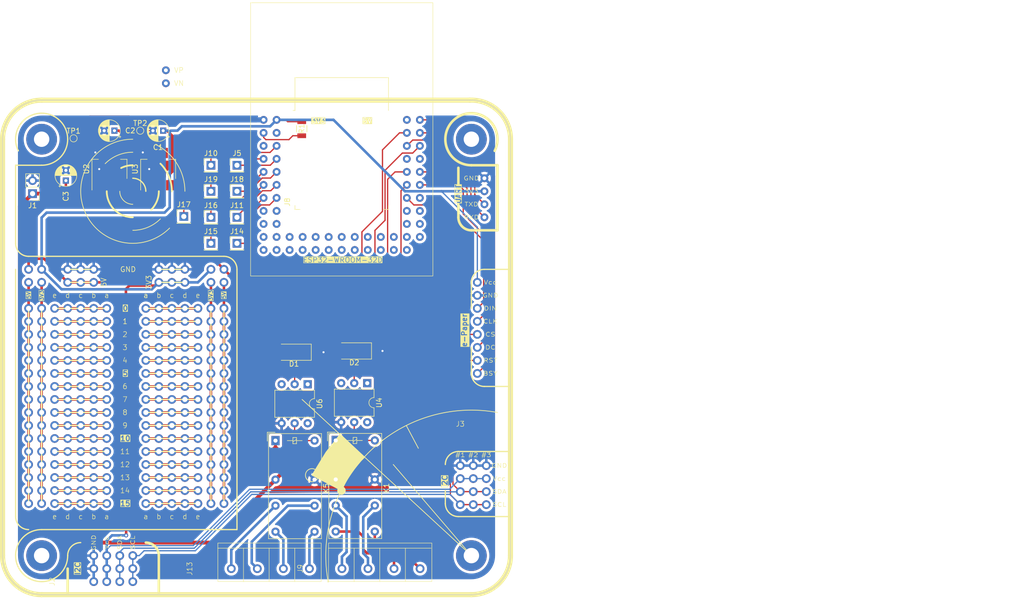
<source format=kicad_pcb>
(kicad_pcb (version 20221018) (generator pcbnew)
  (title_block (title "ESP32-WROOM-32D Automation Board") (date "2024-01-15") (rev "v1.10") (company "CEGEP Heritage College") (comment 1 "Alexander Bobkov"))
  (layers (0 "F.Cu" signal) (31 "B.Cu" signal) (34 "B.Paste" user) (35 "F.Paste" user) (36 "B.SilkS" user "B.Silkscreen") (37 "F.SilkS" user "F.Silkscreen") (38 "B.Mask" user) (39 "F.Mask" user) (44 "Edge.Cuts" user))
  (net 0 "")
  (net 1 "+3V3")
  (net 2 "GND")
  (net 3 "+5V")
  (net 4 "Net-(J7-SENSOR_VP)")
  (net 5 "Net-(J7-SENSOR_VN)")
  (net 6 "Net-(D1-A)")
  (net 7 "Net-(D2-A)")
  (net 8 "Net-(J9-Pin_1)")
  (net 9 "Net-(J9-Pin_3)")
  (net 10 "Net-(J9-Pin_4)")
  (net 11 "VDC")
  (net 12 "Net-(K1-PadA2)")
  (net 16 "Net-(J13-Pin_1)")
  (net 17 "Net-(J13-Pin_2)")
  (net 18 "Net-(J13-Pin_3)")
  (net 19 "Net-(J13-Pin_4)")
  (net 20 "Net-(K5-PadA2)")
  (net 24 "Net-(J10-Pin_1)")
  (net 25 "Net-(J11-Pin_1)")
  (net 26 "Net-(J8-SCL)")
  (net 27 "Net-(J8-SDA)")
  (net 28 "Net-(J8-IO23)")
  (net 29 "Net-(J8-IO16)")
  (net 30 "Net-(J8-IO17)")
  (net 31 "Net-(J8-IO5)")
  (net 32 "Net-(J8-IO4)")
  (net 33 "Net-(J8-IO18)")
  (net 34 "Net-(J5-Pin_1)")
  (net 35 "Net-(J8-RXD0)")
  (net 36 "Net-(J8-TXD0)")
  (net 37 "Net-(J8-EN)")
  (net 38 "Net-(J19-Pin_1)")
  (net 39 "Net-(J18-Pin_1)")
  (net 40 "Net-(J17-Pin_1)")
  (net 41 "Net-(J16-Pin_1)")
  (net 42 "Net-(J15-Pin_1)")
  (net 43 "Net-(J14-Pin_1)")
  (net 46 "Net-(J9-Pin_2)")
  (footprint "Package_DIP:DIP-6_W7.62mm" (layer "F.Cu") (at 96.525 106.04 -90)
    (fp_text reference "U4")
    (fp_text value "4N35")
  )
  (footprint "Connector_PinHeader_2.54mm:PinHeader_1x01_P2.54mm_Vertical" (layer "F.Cu") (at 71.12 78.74)
    (fp_text reference "J14")
    (fp_text value "IO12")
  )
  (footprint "Alexander Footprints Library:Conn_Terminal_4_Large" (layer "F.Cu") (at 83.97 142.25 90)
    (fp_text reference "J9")
    (fp_text value "Conn_01x04_Socket")
  )
  (footprint "MountingHole:MountingHole_3mm_Pad_TopBottom" (layer "F.Cu") (at 33.02 139.7)
    (fp_text reference "H1" hide)
    (fp_text value "MountingHole")
  )
  (footprint "Package_TO_SOT_SMD:SOT-223-3_TabPin2" (layer "F.Cu") (at 55.75 64.25 90)
    (fp_text reference "U3")
    (fp_text value "MAX1726EUK33")
  )
  (footprint "Alexander Footprints Library:Conn_UART" (layer "F.Cu") (at 119.38 58.42)
    (fp_text reference "J6" hide)
    (fp_text value "UART")
  )
  (footprint "Connector_PinHeader_2.54mm:PinHeader_1x01_P2.54mm_Vertical" (layer "F.Cu") (at 66.04 68.58)
    (fp_text reference "J19")
    (fp_text value "IO32")
  )
  (footprint "Connector_PinHeader_2.54mm:PinHeader_1x01_P2.54mm_Vertical" (layer "F.Cu") (at 71.12 73.66)
    (fp_text reference "J11")
    (fp_text value "IO27")
  )
  (footprint "MountingHole:MountingHole_3mm_Pad_TopBottom" (layer "F.Cu") (at 116.84 139.7)
    (fp_text reference "H1" hide)
    (fp_text value "MountingHole")
  )
  (footprint "Capacitor_THT:CP_Radial_D4.0mm_P2.00mm" (layer "F.Cu") (at 37.75 66.5 90)
    (fp_text reference "C3")
    (fp_text value "1uF")
  )
  (footprint "Capacitor_THT:CP_Radial_D4.0mm_P2.00mm" (layer "F.Cu") (at 47.2226 56.75 180)
    (fp_text reference "C2")
    (fp_text value "1uF")
  )
  (footprint "Alexander Footprints Library:STA_RMCF1206_STP-L" (layer "F.Cu") (at 83.75 56.3716 -90)
    (fp_text reference "R1")
    (fp_text value "10K")
  )
  (footprint "TestPoint:TestPoint_Pad_D1.0mm" (layer "F.Cu") (at 39.25 58.25)
    (fp_text reference "TP1")
    (fp_text value "VDC")
  )
  (footprint "Connector_PinHeader_2.54mm:PinHeader_1x02_P2.54mm_Vertical" (layer "F.Cu") (at 31.25 69.04 180)
    (fp_text reference "J1")
    (fp_text value "PWR")
  )
  (footprint "Alexander Footprints Library:Conn_Terminal_4_Large" (layer "F.Cu") (at 62.39 142.25 90)
    (fp_text reference "J13")
    (fp_text value "Conn_01x04_Socket")
  )
  (footprint "Alexander Footprints Library:Conn_I2C_3" (layer "F.Cu") (at 35.56 144.78 90)
    (fp_text reference "J2")
    (fp_text value "I2C")
  )
  (footprint "TestPoint:TestPoint_Pad_D1.0mm" (layer "F.Cu") (at 52.25 56.75)
    (fp_text reference "TP2")
    (fp_text value "GND")
  )
  (footprint "Connector_PinHeader_2.54mm:PinHeader_1x01_P2.54mm_Vertical" (layer "F.Cu") (at 60.75 73.5)
    (fp_text reference "J17")
    (fp_text value "IO25")
  )
  (footprint "LED_SMD:LED_2010_5025Metric_Pad1.52x2.65mm_HandSolder" (layer "F.Cu") (at 82.25 100 180)
    (fp_text reference "D1")
    (fp_text value "LED")
  )
  (footprint "LED_SMD:LED_2010_5025Metric_Pad1.52x2.65mm_HandSolder" (layer "F.Cu") (at 94 99.75 180)
    (fp_text reference "D2")
    (fp_text value "LED")
  )
  (footprint "Capacitor_THT:CP_Radial_D4.0mm_P2.00mm" (layer "F.Cu") (at 56.7226 56.75 180)
    (fp_text reference "C1")
    (fp_text value "1uF")
  )
  (footprint "Package_DIP:DIP-6_W7.62mm" (layer "F.Cu") (at 84.905 106.25 -90)
    (fp_text reference "U6")
    (fp_text value "4N35")
  )
  (footprint "MountingHole:MountingHole_3mm_Pad_TopBottom" (layer "F.Cu") (at 33.02 58.42)
    (fp_text reference "H3" hide)
    (fp_text value "MountingHole")
  )
  (footprint "Package_TO_SOT_SMD:SOT-223-3_TabPin2" (layer "F.Cu") (at 46.25 64.25 90)
    (fp_text reference "U2")
    (fp_text value "MAX1726EUK50")
  )
  (footprint "Alexander Footprints Library:Conn_ePaper" (layer "F.Cu") (at 118 81.28)
    (fp_text reference "J4" hide)
    (fp_text value "e-Paper")
  )
  (footprint "MountingHole:MountingHole_3mm_Pad_TopBottom" (layer "F.Cu") (at 116.84 58.42)
    (fp_text reference "H4" hide)
    (fp_text value "MountingHole")
  )
  (footprint "Alexander Footprints Library:Conn_I2C_3" (layer "F.Cu") (at 114.67 114.51)
    (fp_text reference "J3")
    (fp_text value "I2C")
  )
  (footprint "Connector_PinHeader_2.54mm:PinHeader_1x01_P2.54mm_Vertical" (layer "F.Cu") (at 66.04 78.74)
    (fp_text reference "J15")
    (fp_text value "IO14")
  )
  (footprint "Connector_PinHeader_2.54mm:PinHeader_1x01_P2.54mm_Vertical" (layer "F.Cu") (at 66.04 63.5)
    (fp_text reference "J10")
    (fp_text value "IO34")
  )
  (footprint "Alexander Footprints Library:BreadBoard_15x12" (layer "F.Cu") (at 27.94 134.62)
    (fp_text reference "BRD_15x1" hide)
    (fp_text value "BreadBoard_15x12")
  )
  (footprint "Connector_PinHeader_2.54mm:PinHeader_1x01_P2.54mm_Vertical" (layer "F.Cu") (at 66.04 73.66)
    (fp_text reference "J16")
    (fp_text value "IO26")
  )
  (footprint "Relay_THT:Relay_DPDT_Finder_30.22" (layer "F.Cu") (at 90.38 117.22 -90)
    (fp_text reference "K1")
    (fp_text value "Relay_DPDT")
  )
  (footprint "Alexander Footprints Library:ESP32_PADS_VN-VP" (layer "F.Cu") (at 57.25 52.58)
    (fp_text reference "J7" hide)
    (fp_text value "~" hide)
  )
  (footprint "Alexander Footprints Library:ESP32-WROOM-Adapter-Socket" (layer "F.Cu") (at 91.55 62.26)
    (fp_text reference "J8")
    (fp_text value "~")
  )
  (footprint "Connector_PinHeader_2.54mm:PinHeader_1x01_P2.54mm_Vertical" (layer "F.Cu") (at 71.12 68.58)
    (fp_text reference "J18")
    (fp_text value "IO33")
  )
  (footprint "Connector_PinHeader_2.54mm:PinHeader_1x01_P2.54mm_Vertical" (layer "F.Cu") (at 71.12 63.5)
    (fp_text reference "J5")
    (fp_text value "IO35")
  )
  (footprint "Relay_THT:Relay_DPDT_Finder_30.22" (layer "F.Cu") (at 78.63 117.25 -90)
    (fp_text reference "K5")
    (fp_text value "Relay_DPDT")
  )
  (gr_line (start 114.3 119.38) (end 124.46 119.38) (stroke (width 0.25)) (layer "F.SilkS"))
  (gr_arc (start 38.1 139.7) (mid 29.427898 143.292102) (end 33.02 134.62) (stroke (width 0.25)) (layer "F.SilkS"))
  (gr_line (start 55.88 139.7) (end 55.88 147.32) (stroke (width 0.5)) (layer "F.SilkS"))
  (gr_line (start 68.58 81.28) (end 30.48 81.28) (stroke (width 0.25)) (layer "F.SilkS"))
  (gr_line (start 124.466228 58.42) (end 124.46 139.7) (stroke (width 1)) (layer "F.SilkS"))
  (gr_line (start 114.3 64) (end 114.3 67.25) (stroke (width 0.5)) (layer "F.SilkS"))
  (gr_arc (start 68.58 81.28) (mid 70.376051 82.023949) (end 71.12 83.82) (stroke (width 0.25)) (layer "F.SilkS"))
  (gr_line (start 116.84 104.14) (end 116.84 99.06) (stroke (width 0.25)) (layer "F.SilkS"))
  (gr_arc (start 116.531846 50.8) (mid 122.122486 52.919572) (end 124.466228 58.42) (stroke (width 1)) (layer "F.SilkS"))
  (gr_line (start 33.02 147.32) (end 116.84 147.32) (stroke (width 1)) (layer "F.SilkS"))
  (gr_line (start 119.38 106.68) (end 124.46 106.68) (stroke (width 0.25)) (layer "F.SilkS"))
  (gr_line (start 27.94 63.5) (end 33.02 63.5) (stroke (width 0.25)) (layer "F.SilkS"))
  (gr_line (start 116.84 86.36) (end 116.84 91.44) (stroke (width 0.25)) (layer "F.SilkS"))
  (gr_arc (start 124.46 139.7) (mid 122.228154 145.088154) (end 116.84 147.32) (stroke (width 1)) (layer "F.SilkS"))
  (gr_line (start 55.88 147.32) (end 40.64 147.32) (stroke (width 0.15)) (layer "F.SilkS"))
  (gr_arc (start 68.58 81.28) (mid 70.376051 82.023949) (end 71.12 83.82) (stroke (width 0.15)) (layer "F.SilkS"))
  (gr_arc (start 116.84 76.2) (mid 115.043949 75.456051) (end 114.3 73.66) (stroke (width 0.5)) (layer "F.SilkS"))
  (gr_line (start 119.38 83.82) (end 124.46 83.82) (stroke (width 0.25)) (layer "F.SilkS"))
  (gr_line (start 116.84 139.7) (end 83.82 109.22) (stroke (width 0.15)) (layer "F.SilkS"))
  (gr_arc (start 45.411846 63.191846) (mid 47.883952 61.540038) (end 50.8 60.96) (stroke (width 0.15)) (layer "F.SilkS"))
  (gr_arc (start 30.48 81.28) (mid 28.683949 80.536051) (end 27.94 78.74) (stroke (width 0.25)) (layer "F.SilkS"))
  (gr_line (start 114.3 132.08) (end 124.46 132.08) (stroke (width 0.25)) (layer "F.SilkS"))
  (gr_circle (center 91.5 127) (end 92.25 127) (stroke (width 0.15)) (fill solid) (layer "F.SilkS"))
  (gr_arc (start 48.528155 64.03631) (mid 49.632855 63.635895) (end 50.8 63.5) (stroke (width 0.35)) (layer "F.SilkS"))
  (gr_arc (start 57.984205 75.764205) (mid 41.413384 72.468064) (end 50.8 58.42) (stroke (width 0.15)) (layer "F.SilkS"))
  (gr_arc (start 53.34 137.16) (mid 55.136051 137.903949) (end 55.88 139.7) (stroke (width 0.5)) (layer "F.SilkS"))
  (gr_arc (start 111.76 121.92) (mid 112.503949 120.123949) (end 114.3 119.38) (stroke (width 0.25)) (layer "F.SilkS"))
  (gr_line (start 27.94 78.74) (end 27.94 63.5) (stroke (width 0.25)) (layer "F.SilkS"))
  (gr_arc (start 38.1 139.7) (mid 38.843949 137.903949) (end 40.64 137.16) (stroke (width 0.25)) (layer "F.SilkS"))
  (gr_line (start 111.76 129.54) (end 111.76 127) (stroke (width 0.25)) (layer "F.SilkS"))
  (gr_arc (start 88.9 144.78) (mid 96.759537 119.619537) (end 121.92 111.76) (stroke (width 0.15)) (layer "F.SilkS"))
  (gr_arc (start 50.8 71.12) (mid 49.003949 70.376051) (end 48.26 68.58) (stroke (width 0.15)) (layer "F.SilkS"))
  (gr_arc (start 55.88 68.58) (mid 55.493308 70.524032) (end 54.392102 72.172102) (stroke (width 0.35)) (layer "F.SilkS"))
  (gr_line (start 38.1 147.32) (end 38.1 142.24) (stroke (width 0.5)) (layer "F.SilkS"))
  (gr_arc (start 50.8 73.66) (mid 47.207898 72.172102) (end 45.72 68.58) (stroke (width 0.35)) (layer "F.SilkS"))
  (gr_arc (start 38.1 58.42) (mid 36.612102 62.012102) (end 33.02 63.5) (stroke (width 0.25)) (layer "F.SilkS"))
  (gr_line (start 33.02 134.62) (end 71.12 134.62) (stroke (width 0.25)) (layer "F.SilkS"))
  (gr_arc (start 50.8 66.04) (mid 52.596051 66.783949) (end 53.34 68.58) (stroke (width 0.25)) (layer "F.SilkS"))
  (gr_line (start 27.94 83.82) (end 27.94 132.08) (stroke (width 0.25)) (layer "F.SilkS"))
  (gr_arc (start 119.38 106.68) (mid 117.583949 105.936051) (end 116.84 104.14) (stroke (width 0.25)) (layer "F.SilkS"))
  (gr_poly (pts (xy 85.75 124) (xy 91.5 127) (xy 92.75 124.5) (xy 94 122.75) (xy 95.25 121.25) (xy 96 120.5) (xy 91.25 116) (xy 88.5 119.5)) (stroke (width 0.15)) (fill solid) (layer "F.SilkS"))
  (gr_line (start 114.3 73.66) (end 114.3 71.12) (stroke (width 0.5)) (layer "F.SilkS"))
  (gr_arc (start 116.84 86.36) (mid 117.583949 84.563949) (end 119.38 83.82) (stroke (width 0.25)) (layer "F.SilkS"))
  (gr_arc (start 56.188154 63.191846) (mid 57.839962 65.663952) (end 58.42 68.58) (stroke (width 0.35)) (layer "F.SilkS"))
  (gr_line (start 116.84 139.7) (end 101.6 121.92) (stroke (width 0.15)) (layer "F.SilkS"))
  (gr_line (start 121.92 63.499999) (end 121.92 76.2) (stroke (width 0.5)) (layer "F.SilkS"))
  (gr_circle (center 85.75 124) (end 86 125.25) (stroke (width 0.15)) (fill none) (layer "F.SilkS"))
  (gr_line (start 116.84 63.5) (end 121.92 63.499999) (stroke (width 0.5)) (layer "F.SilkS"))
  (gr_line (start 71.12 83.82) (end 71.12 134.62) (stroke (width 0.25)) (layer "F.SilkS"))
  (gr_arc (start 33.02 147.32) (mid 27.631846 145.088154) (end 25.4 139.7) (stroke (width 1)) (layer "F.SilkS"))
  (gr_arc (start 28.47631 60.691845) (mid 31.852856 53.475894) (end 38.1 58.42) (stroke (width 0.25)) (layer "F.SilkS"))
  (gr_circle (center 88.9 144.78) (end 88.9 144.78) (stroke (width 0.15)) (fill none) (layer "F.SilkS"))
  (gr_arc (start 116.84 63.5) (mid 114.169286 54.098694) (end 121.38369 60.691845) (stroke (width 0.5)) (layer "F.SilkS"))
  (gr_arc (start 25.4 58.42) (mid 27.631846 53.031846) (end 33.02 50.8) (stroke (width 1)) (layer "F.SilkS"))
  (gr_arc (start 56.188154 73.968154) (mid 53.716048 75.619962) (end 50.8 76.2) (stroke (width 0.15)) (layer "F.SilkS"))
  (gr_line (start 106.5 118.75) (end 104.14 114.3) (stroke (width 0.15)) (layer "F.SilkS"))
  (gr_arc (start 55.34369 59.49262) (mid 59.442612 63.238572) (end 60.96 68.58) (stroke (width 0.15)) (layer "F.SilkS"))
  (gr_arc (start 30.48 134.62) (mid 28.683949 133.876051) (end 27.94 132.08) (stroke (width 0.25)) (layer "F.SilkS"))
  (gr_line (start 116.84 76.2) (end 121.92 76.2) (stroke (width 0.5)) (layer "F.SilkS"))
  (gr_arc (start 114.3 132.08) (mid 112.503949 131.336051) (end 111.76 129.54) (stroke (width 0.25)) (layer "F.SilkS"))
  (gr_line (start 25.4 58.42) (end 25.4 139.7) (stroke (width 1)) (layer "F.SilkS"))
  (gr_line (start 116.531846 50.8) (end 33.02 50.8) (stroke (width 1)) (layer "F.SilkS"))
  (gr_line (start 116.84 50.8) (end 33.02 50.8) (stroke (width 0.1)) (layer "Edge.Cuts"))
  (gr_arc (start 25.4 58.42) (mid 27.631846 53.031846) (end 33.02 50.8) (stroke (width 0.1)) (layer "Edge.Cuts"))
  (gr_arc (start 33.02 147.32) (mid 27.631846 145.088154) (end 25.4 139.7) (stroke (width 0.1)) (layer "Edge.Cuts"))
  (gr_line (start 124.46 58.42) (end 124.46 139.7) (stroke (width 0.1)) (layer "Edge.Cuts"))
  (gr_line (start 25.4 58.42) (end 25.4 139.7) (stroke (width 0.1)) (layer "Edge.Cuts"))
  (gr_arc (start 116.84 50.8) (mid 122.228154 53.031846) (end 124.46 58.42) (stroke (width 0.1)) (layer "Edge.Cuts"))
  (gr_line (start 116.84 147.32) (end 33.02 147.32) (stroke (width 0.1)) (layer "Edge.Cuts"))
  (gr_arc (start 124.46 139.7) (mid 122.228154 145.088154) (end 116.84 147.32) (stroke (width 0.1)) (layer "Edge.Cuts"))
  (gr_text "5V" (at 96.5 54.25) (layer "F.SilkS" knockout) (effects (font (size 1 1) (thickness 0.125)) (justify top)))
  (gr_text "3V3" (at 87 54.25) (layer "F.SilkS" knockout) (effects (font (size 1 1) (thickness 0.125)) (justify top)))
  (segment (start 49.5 132.12) (end 49.5 135.75) (width 0.5) (layer "F.Cu") (net 1))
  (segment (start 55.24 87) (end 55.88 86.36) (width 0.5) (layer "F.Cu") (net 1))
  (segment (start 49.46 132.08) (end 49.5 132.12) (width 0.5) (layer "F.Cu") (net 1))
  (segment (start 58.5 64.75) (end 58.5 57.75) (width 0.5) (layer "F.Cu") (net 1))
  (segment (start 58 65.25) (end 58.5 64.75) (width 0.5) (layer "F.Cu") (net 1))
  (segment (start 83.75 55) (end 81 55) (width 0.25) (layer "F.Cu") (net 1))
  (segment (start 58 67.35) (end 58 65.25) (width 0.5) (layer "F.Cu") (net 1))
  (segment (start 81 55) (end 80.64 54.64) (width 0.25) (layer "F.Cu") (net 1))
  (segment (start 49.46 132.08) (end 49.46 87.665) (width 0.5) (layer "F.Cu") (net 1))
  (segment (start 58.05 67.4) (end 58 67.35) (width 0.5) (layer "F.Cu") (net 1))
  (segment (start 49.46 87.665) (end 50.125 87) (width 0.5) (layer "F.Cu") (net 1))
  (segment (start 58.5 57.75) (end 57.5 56.75) (width 0.5) (layer "F.Cu") (net 1))
  (segment (start 50.125 87) (end 55.24 87) (width 0.5) (layer "F.Cu") (net 1))
  (segment (start 80.64 54.64) (end 78.85 54.64) (width 0.25) (layer "F.Cu") (net 1))
  (segment (start 57.5 56.75) (end 56.7226 56.75) (width 0.5) (layer "F.Cu") (net 1))
  (via (at 49.5 135.75) (size 0.8) (drill 0.4) (layers "F.Cu" "B.Cu") (net 1))
  (segment (start 46.75 135.75) (end 45.72 136.78) (width 0.5) (layer "B.Cu") (net 1))
  (segment (start 56.7226 56.75) (end 57.75 56.75) (width 0.5) (layer "B.Cu") (net 1))
  (segment (start 118 86.36) (end 118 75.58) (width 0.25) (layer "B.Cu") (net 1))
  (segment (start 34 72.75) (end 33.02 73.73) (width 0.5) (layer "B.Cu") (net 1))
  (segment (start 111 68.58) (end 103.882039 68.58) (width 0.5) (layer "B.Cu") (net 1))
  (segment (start 57 72.75) (end 34 72.75) (width 0.5) (layer "B.Cu") (net 1))
  (segment (start 58 57) (end 58 71.75) (width 0.5) (layer "B.Cu") (net 1))
  (segment (start 63.5 86.36) (end 55.88 86.36) (width 0.5) (layer "B.Cu") (net 1))
  (segment (start 112.59 126.75) (end 73.585786 126.75) (width 0.25) (layer "B.Cu") (net 1))
  (segment (start 114.67 124.67) (end 119.75 124.67) (width 0.25) (layer "B.Cu") (net 1))
  (segment (start 33.02 73.73) (end 33.02 83.82) (width 0.5) (layer "B.Cu") (net 1))
  (segment (start 73.585786 126.75) (end 62.585786 137.75) (width 0.25) (layer "B.Cu") (net 1))
  (segment (start 89.942039 54.64) (end 78.85 54.64) (width 0.5) (layer "B.Cu") (net 1))
  (segment (start 59.5 56.75) (end 60.348 55.902) (width 0.5) (layer "B.Cu") (net 1))
  (segment (start 45.72 139.7) (end 45.72 144.07) (width 0.5) (layer "B.Cu") (net 1))
  (segment (start 58 57) (end 58.25 56.75) (width 0.5) (layer "B.Cu") (net 1))
  (segment (start 66.04 83.82) (end 63.5 86.36) (width 0.5) (layer "B.Cu") (net 1))
  (segment (start 57.75 56.75) (end 58 57) (width 0.5) (layer "B.Cu") (net 1))
  (segment (start 46.47 137.75) (end 45.72 138.5) (width 0.25) (layer "B.Cu") (net 1))
  (segment (start 55.88 86.36) (end 54.53 87.71) (width 0.5) (layer "B.Cu") (net 1))
  (segment (start 58 71.75) (end 57 72.75) (width 0.5) (layer "B.Cu") (net 1))
  (segment (start 60.348 55.902) (end 77.588 55.902) (width 0.5) (layer "B.Cu") (net 1))
  (segment (start 36.91 87.71) (end 33.02 83.82) (width 0.5) (layer "B.Cu") (net 1))
  (segment (start 54.53 87.71) (end 36.91 87.71) (width 0.5) (layer "B.Cu") (net 1))
  (segment (start 77.588 55.902) (end 78.85 54.64) (width 0.5) (layer "B.Cu") (net 1))
  (segment (start 118 75.58) (end 111 68.58) (width 0.25) (layer "B.Cu") (net 1))
  (segment (start 58.25 56.75) (end 59.5 56.75) (width 0.5) (layer "B.Cu") (net 1))
  (segment (start 119.38 68.58) (end 111 68.58) (width 0.5) (layer "B.Cu") (net 1))
  (segment (start 103.882039 68.58) (end 89.942039 54.64) (width 0.5) (layer "B.Cu") (net 1))
  (segment (start 62.585786 137.75) (end 46.47 137.75) (width 0.25) (layer "B.Cu") (net 1))
  (segment (start 114.67 124.67) (end 112.59 126.75) (width 0.25) (layer "B.Cu") (net 1))
  (segment (start 49.5 135.75) (end 46.75 135.75) (width 0.5) (layer "B.Cu") (net 1))
  (segment (start 45.72 136.78) (end 45.72 139.7) (width 0.5) (layer "B.Cu") (net 1))
  (segment (start 84.5875 100) (end 88 100) (width 0.25) (layer "F.Cu") (net 2))
  (segment (start 52.25 56.75) (end 54.7226 56.75) (width 0.25) (layer "F.Cu") (net 2))
  (segment (start 114.51 122.13) (end 114.67 122.13) (width 0.25) (layer "F.Cu") (net 2))
  (segment (start 96.3375 99.75) (end 99.5 99.75) (width 0.25) (layer "F.Cu") (net 2))
  (segment (start 58.5 83.75) (end 58.57 83.82) (width 0.5) (layer "F.Cu") (net 2))
  (segment (start 40.5 83.75) (end 40.57 83.82) (width 0.5) (layer "F.Cu") (net 2))
  (segment (start 43.25 83.75) (end 43.32 83.82) (width 0.5) (layer "F.Cu") (net 2))
  (segment (start 43.18 83.82) (end 43.25 83.75) (width 0.5) (layer "F.Cu") (net 2))
  (segment (start 56 83.75) (end 56.07 83.82) (width 0.5) (layer "F.Cu") (net 2))
  (segment (start 58.43 83.82) (end 58.5 83.75) (width 0.5) (layer "F.Cu") (net 2))
  (segment (start 55.93 83.82) (end 56 83.75) (width 0.5) (layer "F.Cu") (net 2))
  (segment (start 61 83.75) (end 60.96 83.82) (width 0.5) (layer "F.Cu") (net 2))
  (segment (start 40.43 83.82) (end 40.5 83.75) (width 0.5) (layer "F.Cu") (net 2))
  (via (at 88 100) (size 0.8) (drill 0.4) (layers "F.Cu" "B.Cu") (net 2))
  (via (at 54 64.25) (size 0.8) (drill 0.4) (layers "F.Cu" "B.Cu") (net 2))
  (via (at 52.75 61) (size 0.8) (drill 0.4) (layers "F.Cu" "B.Cu") (net 2))
  (via (at 43.5 61) (size 0.8) (drill 0.4) (layers "F.Cu" "B.Cu") (net 2))
  (via (at 44.25 64.25) (size 0.8) (drill 0.4) (layers "F.Cu" "B.Cu") (net 2))
  (via (at 99.5 99.75) (size 0.8) (drill 0.4) (layers "F.Cu" "B.Cu") (net 2))
  (segment (start 76.31 54.64) (end 73 54.64) (width 1) (layer "B.Cu") (net 2))
  (segment (start 30.48 82.5) (end 30.48 83.82) (width 0.5) (layer "F.Cu") (net 3))
  (segment (start 72.5 115.75) (end 72.5 118) (width 0.5) (layer "F.Cu") (net 3))
  (segment (start 43.18 86.36) (end 45.14 86.36) (width 0.5) (layer "F.Cu") (net 3))
  (segment (start 78.63 117.25) (end 78.63 118.38) (width 0.5) (layer "F.Cu") (net 3))
  (segment (start 48.55 69.95) (end 47 71.5) (width 0.5) (layer "F.Cu") (net 3))
  (segment (start 90.38 117.22) (end 90.38 118.13) (width 0.5) (layer "F.Cu") (net 3))
  (segment (start 45.14 86.36) (end 49.5 82) (width 0.5) (layer "F.Cu") (net 3))
  (segment (start 72.5 87.74) (end 68.58 83.82) (width 0.5) (layer "F.Cu") (net 3))
  (segment (start 48.55 69.95) (end 48.55 67.3) (width 0.5) (layer "F.Cu") (net 3))
  (segment (start 31.75 71.5) (end 30.48 72.77) (width 0.5) (layer "F.Cu") (net 3))
  (segment (start 47 71.5) (end 31.75 71.5) (width 0.5) (layer "F.Cu") (net 3))
  (segment (start 78.63 118.38) (end 79.25 119) (width 0.5) (layer "F.Cu") (net 3))
  (segment (start 49 64.75) (end 48.55 65.2) (width 0.5) (layer "F.Cu") (net 3))
  (segment (start 30.48 81.25) (end 30.98 81.75) (width 0.5) (layer "F.Cu") (net 3))
  (segment (start 33.49 81.75) (end 38.1 86.36) (width 0.5) (layer "F.Cu") (net 3))
  (segment (start 66.76 82) (end 68.58 83.82) (width 0.5) (layer "F.Cu") (net 3))
  (segment (start 38.1 86.36) (end 43.18 86.36) (width 0.5) (layer "F.Cu") (net 3))
  (segment (start 49.5 82) (end 66.76 82) (width 0.5) (layer "F.Cu") (net 3))
  (segment (start 48.125 56.75) (end 49 57.625) (width 0.5) (layer "F.Cu") (net 3))
  (segment (start 78 119) (end 78.63 118.37) (width 0.5) (layer "F.Cu") (net 3))
  (segment (start 79.25 119) (end 89.75 119) (width 0.5) (layer "F.Cu") (net 3))
  (segment (start 90.38 118.37) (end 90.38 117.22) (width 0.25) (layer "F.Cu") (net 3))
  (segment (start 30.48 72.77) (end 30.48 82.5) (width 0.5) (layer "F.Cu") (net 3))
  (segment (start 73.5 119) (end 78 119) (width 0.5) (layer "F.Cu") (net 3))
  (segment (start 72.5 118) (end 73.5 119) (width 0.5) (layer "F.Cu") (net 3))
  (segment (start 78.63 118.37) (end 78.63 117.25) (width 0.25) (layer "F.Cu") (net 3))
  (segment (start 89.75 119) (end 90.38 118.37) (width 0.5) (layer "F.Cu") (net 3))
  (segment (start 30.98 81.75) (end 33.49 81.75) (width 0.5) (layer "F.Cu") (net 3))
  (segment (start 49 57.625) (end 49 64.75) (width 0.5) (layer "F.Cu") (net 3))
  (segment (start 72.5 115.75) (end 72.5 87.74) (width 0.5) (layer "F.Cu") (net 3))
  (segment (start 48.55 65.2) (end 48.55 67.4) (width 0.5) (layer "F.Cu") (net 3))
  (segment (start 47.2226 56.75) (end 48.125 56.75) (width 0.5) (layer "F.Cu") (net 3))
  (segment (start 82.365 106.25) (end 82.365 102.4525) (width 0.25) (layer "F.Cu") (net 6))
  (segment (start 82.365 102.4525) (end 79.9125 100) (width 0.25) (layer "F.Cu") (net 6))
  (segment (start 93.985 106.04) (end 93.985 102.0725) (width 0.25) (layer "F.Cu") (net 7))
  (segment (start 93.985 102.0725) (end 91.6625 99.75) (width 0.25) (layer "F.Cu") (net 7))
  (segment (start 92.5 139) (end 92.5 132.04) (width 0.5) (layer "B.Cu") (net 8))
  (segment (start 91.59 139.91) (end 92.5 139) (width 0.5) (layer "B.Cu") (net 8))
  (segment (start 91.59 142.25) (end 91.59 139.91) (width 0.5) (layer "B.Cu") (net 8))
  (segment (start 92.5 132.04) (end 90.38 129.92) (width 0.5) (layer "B.Cu") (net 8))
  (segment (start 95.75 136) (end 94.75 135) (width 0.5) (layer "F.Cu") (net 9))
  (segment (start 94.75 135) (end 90.38 135) (width 0.5) (layer "F.Cu") (net 9))
  (segment (start 101.75 140) (end 101 139.25) (width 0.5) (layer "F.Cu") (net 9))
  (segment (start 95.75 138.5) (end 95.75 136) (width 0.5) (layer "F.Cu") (net 9))
  (segment (start 101 139.25) (end 96.5 139.25) (width 0.5) (layer "F.Cu") (net 9))
  (segment (start 101.75 142.25) (end 101.75 140) (width 0.5) (layer "F.Cu") (net 9))
  (segment (start 96.5 139.25) (end 95.75 138.5) (width 0.5) (layer "F.Cu") (net 9))
  (segment (start 104.25 141.25) (end 101.5 138.5) (width 0.5) (layer "F.Cu") (net 10))
  (segment (start 101.5 138.5) (end 99 138.5) (width 0.5) (layer "F.Cu") (net 10))
  (segment (start 106.83 142.25) (end 105.83 141.25) (width 0.5) (layer "F.Cu") (net 10))
  (segment (start 99 138.5) (end 98 137.5) (width 0.5) (layer "F.Cu") (net 10))
  (segment (start 105.83 141.25) (end 104.25 141.25) (width 0.5) (layer "F.Cu") (net 10))
  (segment (start 98 137.5) (end 98 135) (width 0.5) (layer "F.Cu") (net 10))
  (segment (start 50 54.05) (end 50.5 54.55) (width 0.5) (layer "F.Cu") (net 11))
  (segment (start 80.5 123) (end 88.54 123) (width 0.75) (layer "F.Cu") (net 11))
  (segment (start 37.75 68.29) (end 38.5 69.04) (width 0.5) (layer "F.Cu") (net 11))
  (segment (start 66.34 137.16) (end 78.63 124.87) (width 0.75) (layer "F.Cu") (net 11))
  (segment (start 38.16 137.16) (end 66.34 137.16) (width 0.75) (layer "F.Cu") (net 11))
  (segment (start 88.54 123) (end 90.38 124.84) (width 0.75) (layer "F.Cu") (net 11))
  (segment (start 28.775 71.515) (end 28.775 133.525) (width 0.75) (layer "F.Cu") (net 11))
  (segment (start 37.75 66.5) (end 37.75 68.29) (width 0.5) (layer "F.Cu") (net 11))
  (segment (start 40.95 58.25) (end 41.45 57.75) (width 0.25) (layer "F.Cu") (net 11))
  (segment (start 78.63 124.87) (end 80.5 123) (width 0.75) (layer "F.Cu") (net 11))
  (segment (start 42.45 54.05) (end 50 54.05) (width 0.5) (layer "F.Cu") (net 11))
  (segment (start 39.71 69.04) (end 41.45 67.3) (width 0.75) (layer "F.Cu") (net 11))
  (segment (start 30.25 135) (end 36 135) (width 0.75) (layer "F.Cu") (net 11))
  (segment (start 41.45 55.05) (end 42.45 54.05) (width 0.5) (layer "F.Cu") (net 11))
  (segment (start 50.5 66.75) (end 51.15 67.4) (width 0.5) (layer "F.Cu") (net 11))
  (segment (start 50.5 54.55) (end 50.5 66.75) (width 0.5) (layer "F.Cu") (net 11))
  (segment (start 31.25 69.04) (end 28.775 71.515) (width 0.75) (layer "F.Cu") (net 11))
  (segment (start 41.45 67.3) (end 41.45 57.75) (width 0.5) (layer "F.Cu") (net 11))
  (segment (start 41.45 57.75) (end 41.45 55.05) (width 0.5) (layer "F.Cu") (net 11))
  (segment (start 41.45 67.3) (end 43.95 67.3) (width 0.5) (layer "F.Cu") (net 11))
  (segment (start 28.775 133.525) (end 30.25 135) (width 0.75) (layer "F.Cu") (net 11))
  (segment (start 31.25 69.04) (end 39.710002 69.04) (width 0.75) (layer "F.Cu") (net 11))
  (segment (start 39.25 58.25) (end 40.95 58.25) (width 0.25) (layer "F.Cu") (net 11))
  (segment (start 51.15 67.4) (end 53.45 67.4) (width 0.5) (layer "F.Cu") (net 11))
  (segment (start 36 135) (end 38.16 137.16) (width 0.75) (layer "F.Cu") (net 11))
  (segment (start 93.985 116.235) (end 94.97 117.22) (width 0.25) (layer "F.Cu") (net 12))
  (segment (start 94.97 117.22) (end 98 117.22) (width 0.25) (layer "F.Cu") (net 12))
  (segment (start 93.985 113.66) (end 93.985 116.235) (width 0.25) (layer "F.Cu") (net 12))
  (segment (start 70.01 138.57) (end 78.63 129.95) (width 0.5) (layer "B.Cu") (net 16))
  (segment (start 70.01 142.25) (end 70.01 138.57) (width 0.5) (layer "B.Cu") (net 16))
  (segment (start 74 137) (end 81.05 129.95) (width 0.5) (layer "B.Cu") (net 17))
  (segment (start 81.05 129.95) (end 86.25 129.95) (width 0.5) (layer "B.Cu") (net 17))
  (segment (start 74 141.16) (end 74 137) (width 0.5) (layer "B.Cu") (net 17))
  (segment (start 75.09 142.25) (end 74 141.16) (width 0.5) (layer "B.Cu") (net 17))
  (segment (start 80.17 136.57) (end 78.63 135.03) (width 0.5) (layer "B.Cu") (net 18))
  (segment (start 80.17 142.25) (end 80.17 136.57) (width 0.5) (layer "B.Cu") (net 18))
  (segment (start 85.25 142.25) (end 85.25 136.03) (width 0.5) (layer "B.Cu") (net 19))
  (segment (start 85.25 136.03) (end 86.25 135.03) (width 0.5) (layer "B.Cu") (net 19))
  (segment (start 83.25 117.25) (end 86.25 117.25) (width 0.25) (layer "F.Cu") (net 20))
  (segment (start 82.365 116.365) (end 83.25 117.25) (width 0.25) (layer "F.Cu") (net 20))
  (segment (start 82.365 113.87) (end 82.365 116.365) (width 0.25) (layer "F.Cu") (net 20))
  (segment (start 66.04 61.71) (end 66.75 61) (width 0.25) (layer "F.Cu") (net 24))
  (segment (start 77.57 61) (end 78.85 59.72) (width 0.25) (layer "F.Cu") (net 24))
  (segment (start 66.75 61) (end 77.57 61) (width 0.25) (layer "F.Cu") (net 24))
  (segment (start 66.04 63.5) (end 66.04 61.71) (width 0.25) (layer "F.Cu") (net 24))
  (segment (start 71.12 73.66) (end 71.12 73.462039) (width 0.25) (layer "F.Cu") (net 25))
  (segment (start 76.105039 68.477) (end 77.713 68.477) (width 0.25) (layer "F.Cu") (net 25))
  (segment (start 77.713 68.477) (end 78.85 67.34) (width 0.25) (layer "F.Cu") (net 25))
  (segment (start 71.12 73.462039) (end 76.105039 68.477) (width 0.25) (layer "F.Cu") (net 25))
  (segment (start 107.275 94.025) (end 95.493 82.243) (width 0.25) (layer "F.Cu") (net 26))
  (segment (start 114.67 129.75) (end 112.75 127.83) (width 0.25) (layer "F.Cu") (net 26))
  (segment (start 99.5 72.5) (end 99.5 60.5) (width 0.25) (layer "F.Cu") (net 26))
  (segment (start 102.82 57.18) (end 104.25 57.18) (width 0.25) (layer "F.Cu") (net 26))
  (segment (start 114.67 129.75) (end 119.75 129.75) (width 0.25) (layer "F.Cu") (net 26))
  (segment (start 95.493 76.507) (end 99.5 72.5) (width 0.25) (layer "F.Cu") (net 26))
  (segment (start 112.75 127.83) (end 112.75 99.43419) (width 0.25) (layer "F.Cu") (net 26))
  (segment (start 99.5 60.5) (end 102.82 57.18) (width 0.25) (layer "F.Cu") (net 26))
  (segment (start 95.493 82.243) (end 95.493 76.507) (width 0.25) (layer "F.Cu") (net 26))
  (segment (start 112.75 99.43419) (end 107.34081 94.025) (width 0.25) (layer "F.Cu") (net 26))
  (segment (start 107.34081 94.025) (end 107.275 94.025) (width 0.25) (layer "F.Cu") (net 26))
  (segment (start 112.67 127.75) (end 74 127.75) (width 0.25) (layer "B.Cu") (net 26))
  (segment (start 53 138.75) (end 52.05 139.7) (width 0.25) (layer "B.Cu") (net 26))
  (segment (start 114.67 129.75) (end 112.67 127.75) (width 0.25) (layer "B.Cu") (net 26))
  (segment (start 63 138.75) (end 53 138.75) (width 0.25) (layer "B.Cu") (net 26))
  (segment (start 74 127.75) (end 63 138.75) (width 0.25) (layer "B.Cu") (net 26))
  (segment (start 52.05 139.7) (end 50.8 139.7) (width 0.25) (layer "B.Cu") (net 26))
  (segment (start 50.8 139.7) (end 50.8 144.195) (width 0.25) (layer "B.Cu") (net 26))
  (segment (start 100 74.25) (end 100 64.5) (width 0.25) (layer "F.Cu") (net 27))
  (segment (start 100 64.5) (end 103.377 61.123) (width 0.25) (layer "F.Cu") (net 27))
  (segment (start 114.67 127.21) (end 119.75 127.21) (width 0.25) (layer "F.Cu") (net 27))
  (segment (start 103.377 61.123) (end 105.387 61.123) (width 0.25) (layer "F.Cu") (net 27))
  (segment (start 105.387 61.123) (end 106.79 59.72) (width 0.25) (layer "F.Cu") (net 27))
  (segment (start 113.25 98.75) (end 98.033 83.533) (width 0.25) (layer "F.Cu") (net 27))
  (segment (start 113.25 125.79) (end 113.25 98.75) (width 0.25) (layer "F.Cu") (net 27))
  (segment (start 98.033 83.533) (end 98.033 76.217) (width 0.25) (layer "F.Cu") (net 27))
  (segment (start 98.033 76.217) (end 100 74.25) (width 0.25) (layer "F.Cu") (net 27))
  (segment (start 114.67 127.21) (end 113.25 125.79) (width 0.25) (layer "F.Cu") (net 27))
  (segment (start 48.26 139.7) (end 48.26 138.99) (width 0.25) (layer "B.Cu") (net 27))
  (segment (start 48.26 138.99) (end 49 138.25) (width 0.25) (layer "B.Cu") (net 27))
  (segment (start 114.63 127.25) (end 114.67 127.21) (width 0.25) (layer "B.Cu") (net 27))
  (segment (start 62.792893 138.25) (end 73.792893 127.25) (width 0.25) (layer "B.Cu") (net 27))
  (segment (start 49 138.25) (end 62.792893 138.25) (width 0.25) (layer "B.Cu") (net 27))
  (segment (start 73.792893 127.25) (end 114.63 127.25) (width 0.25) (layer "B.Cu") (net 27))
  (segment (start 48.26 139.7) (end 48.26 144.195) (width 0.25) (layer "B.Cu") (net 27))
  (segment (start 119.75 64) (end 121.335 65.585) (width 0.25) (layer "F.Cu") (net 28))
  (segment (start 112 59.25) (end 116.75 64) (width 0.25) (layer "F.Cu") (net 28))
  (segment (start 106.79 54.64) (end 110.89 54.64) (width 0.25) (layer "F.Cu") (net 28))
  (segment (start 110.89 54.64) (end 112 55.75) (width 0.25) (layer "F.Cu") (net 28))
  (segment (start 121.335 100.805) (end 118 104.14) (width 0.25) (layer "F.Cu") (net 28))
  (segment (start 121.335 65.585) (end 121.335 100.805) (width 0.25) (layer "F.Cu") (net 28))
  (segment (start 116.75 64) (end 119.75 64) (width 0.25) (layer "F.Cu") (net 28))
  (segment (start 112 55.75) (end 112 59.25) (width 0.25) (layer "F.Cu") (net 28))
  (segment (start 119.75 92.23) (end 118 93.98) (width 0.25) (layer "F.Cu") (net 29))
  (segment (start 114.34 67.34) (end 115.25 68.25) (width 0.25) (layer "F.Cu") (net 29))
  (segment (start 115.25 73) (end 119.75 77.5) (width 0.25) (layer "F.Cu") (net 29))
  (segment (start 119.75 77.5) (end 119.75 92.23) (width 0.25) (layer "F.Cu") (net 29))
  (segment (start 106.79 67.34) (end 114.34 67.34) (width 0.25) (layer "F.Cu") (net 29))
  (segment (start 115.25 68.25) (end 115.25 73) (width 0.25) (layer "F.Cu") (net 29))
  (segment (start 113.02 96.52) (end 103.113 86.613) (width 0.25) (layer "F.Cu") (net 30))
  (segment (start 103.113 68.477) (end 104.25 67.34) (width 0.25) (layer "F.Cu") (net 30))
  (segment (start 118 96.52) (end 113.02 96.52) (width 0.25) (layer "F.Cu") (net 30))
  (segment (start 103.113 86.613) (end 103.113 68.477) (width 0.25) (layer "F.Cu") (net 30))
  (segment (start 116 68) (end 116 72.5) (width 0.25) (layer "F.Cu") (net 31))
  (segment (start 116 72.5) (end 120.25 76.75) (width 0.25) (layer "F.Cu") (net 31))
  (segment (start 120.25 96.81) (end 118 99.06) (width 0.25) (layer "F.Cu") (net 31))
  (segment (start 112.8 64.8) (end 116 68) (width 0.25) (layer "F.Cu") (net 31))
  (segment (start 120.25 76.75) (end 120.25 96.81) (width 0.25) (layer "F.Cu") (net 31))
  (segment (start 106.79 64.8) (end 112.8 64.8) (width 0.25) (layer "F.Cu") (net 31))
  (segment (start 112.25 71.25) (end 119.225 78.225) (width 0.25) (layer "F.Cu") (net 32))
  (segment (start 119.225 90.215) (end 118 91.44) (width 0.25) (layer "F.Cu") (net 32))
  (segment (start 119.225 78.225) (end 119.225 90.215) (width 0.25) (layer "F.Cu") (net 32))
  (segment (start 105.62 71.25) (end 112.25 71.25) (width 0.25) (layer "F.Cu") (net 32))
  (segment (start 104.25 69.88) (end 105.62 71.25) (width 0.25) (layer "F.Cu") (net 32))
  (segment (start 114 98.5) (end 100.5 85) (width 0.25) (layer "F.Cu") (net 33))
  (segment (start 114 101) (end 114 98.5) (width 0.25) (layer "F.Cu") (net 33))
  (segment (start 114.6 101.6) (end 114 101) (width 0.25) (layer "F.Cu") (net 33))
  (segment (start 100.5 85) (end 100.5 66.25) (width 0.25) (layer "F.Cu") (net 33))
  (segment (start 118 101.6) (end 114.6 101.6) (width 0.25) (layer "F.Cu") (net 33))
  (segment (start 101.95 64.8) (end 104.25 64.8) (width 0.25) (layer "F.Cu") (net 33))
  (segment (start 100.5 66.25) (end 101.95 64.8) (width 0.25) (layer "F.Cu") (net 33))
  (segment (start 74.99 62.26) (end 76.31 62.26) (width 0.25) (layer "F.Cu") (net 34))
  (segment (start 73.75 63.5) (end 74.99 62.26) (width 0.25) (layer "F.Cu") (net 34))
  (segment (start 71.12 63.5) (end 73.75 63.5) (width 0.25) (layer "F.Cu") (net 34))
  (segment (start 116.75 71.03) (end 116.75 66) (width 0.25) (layer "F.Cu") (net 35))
  (segment (start 116.75 66) (end 109.333 58.583) (width 0.25) (layer "F.Cu") (net 35))
  (segment (start 109.333 58.583) (end 105.387 58.583) (width 0.25) (layer "F.Cu") (net 35))
  (segment (start 105.387 58.583) (end 104.25 59.72) (width 0.25) (layer "F.Cu") (net 35))
  (segment (start 119.38 73.66) (end 116.75 71.03) (width 0.25) (layer "F.Cu") (net 35))
  (segment (start 117.5 65.5) (end 109.18 57.18) (width 0.25) (layer "F.Cu") (net 36))
  (segment (start 119.38 71.12) (end 117.5 69.24) (width 0.25) (layer "F.Cu") (net 36))
  (segment (start 117.5 69.24) (end 117.5 65.5) (width 0.25) (layer "F.Cu") (net 36))
  (segment (start 109.18 57.18) (end 106.79 57.18) (width 0.25) (layer "F.Cu") (net 36))
  (segment (start 81.25 58.5) (end 76.75 58.5) (width 0.25) (layer "F.Cu") (net 37))
  (segment (start 82.0068 57.7432) (end 81.25 58.5) (width 0.25) (layer "F.Cu") (net 37))
  (segment (start 76.75 58.5) (end 76.31 58.06) (width 0.25) (layer "F.Cu") (net 37))
  (segment (start 83.75 57.7432) (end 82.0068 57.7432) (width 0.25) (layer "F.Cu") (net 37))
  (segment (start 76.31 58.06) (end 76.31 57.18) (width 0.25) (layer "F.Cu") (net 37))
  (segment (start 66.04 66.71) (end 66.75 66) (width 0.25) (layer "F.Cu") (net 38))
  (segment (start 73 66) (end 75.5 63.5) (width 0.25) (layer "F.Cu") (net 38))
  (segment (start 77.61 63.5) (end 78.85 62.26) (width 0.25) (layer "F.Cu") (net 38))
  (segment (start 75.5 63.5) (end 77.61 63.5) (width 0.25) (layer "F.Cu") (net 38))
  (segment (start 66.04 68.58) (end 66.04 66.71) (width 0.25) (layer "F.Cu") (net 38))
  (segment (start 66.75 66) (end 73 66) (width 0.25) (layer "F.Cu") (net 38))
  (segment (start 76.242893 64.8) (end 76.31 64.8) (width 0.25) (layer "F.Cu") (net 39))
  (segment (start 72.462893 68.58) (end 76.242893 64.8) (width 0.25) (layer "F.Cu") (net 39))
  (segment (start 71.12 68.58) (end 72.462893 68.58) (width 0.25) (layer "F.Cu") (net 39))
  (segment (start 71.042039 71) (end 76.042039 66) (width 0.25) (layer "F.Cu") (net 40))
  (segment (start 61.5 71) (end 71.042039 71) (width 0.25) (layer "F.Cu") (net 40))
  (segment (start 60.75 73.5) (end 60.75 71.75) (width 0.25) (layer "F.Cu") (net 40))
  (segment (start 60.75 71.75) (end 61.5 71) (width 0.25) (layer "F.Cu") (net 40))
  (segment (start 76.042039 66) (end 77.65 66) (width 0.25) (layer "F.Cu") (net 40))
  (segment (start 77.65 66) (end 78.85 64.8) (width 0.25) (layer "F.Cu") (net 40))
  (segment (start 66.04 71.96) (end 66.5 71.5) (width 0.25) (layer "F.Cu") (net 41))
  (segment (start 72.15 71.5) (end 76.31 67.34) (width 0.25) (layer "F.Cu") (net 41))
  (segment (start 66.5 71.5) (end 72.15 71.5) (width 0.25) (layer "F.Cu") (net 41))
  (segment (start 66.04 73.66) (end 66.04 71.96) (width 0.25) (layer "F.Cu") (net 41))
  (segment (start 66.04 76.71) (end 66.5 76.25) (width 0.25) (layer "F.Cu") (net 42))
  (segment (start 73.66 75.09) (end 73.66 72.53) (width 0.25) (layer "F.Cu") (net 42))
  (segment (start 66.04 78.74) (end 66.04 76.71) (width 0.25) (layer "F.Cu") (net 42))
  (segment (start 66.5 76.25) (end 72.5 76.25) (width 0.25) (layer "F.Cu") (net 42))
  (segment (start 73.66 72.53) (end 76.31 69.88) (width 0.25) (layer "F.Cu") (net 42))
  (segment (start 72.5 76.25) (end 73.66 75.09) (width 0.25) (layer "F.Cu") (net 42))
  (segment (start 75.81102 71.25) (end 77.48 71.25) (width 0.25) (layer "F.Cu") (net 43))
  (segment (start 73.01 78.74) (end 74.16 77.59) (width 0.25) (layer "F.Cu") (net 43))
  (segment (start 74.16 72.90102) (end 75.81102 71.25) (width 0.25) (layer "F.Cu") (net 43))
  (segment (start 71.12 78.74) (end 73.01 78.74) (width 0.25) (layer "F.Cu") (net 43))
  (segment (start 77.48 71.25) (end 78.85 69.88) (width 0.25) (layer "F.Cu") (net 43))
  (segment (start 74.16 77.59) (end 74.16 72.90102) (width 0.25) (layer "F.Cu") (net 43))
  (segment (start 96.67 140.17) (end 95.75 139.25) (width 0.5) (layer "B.Cu") (net 46))
  (segment (start 95.75 139.25) (end 95.75 132.17) (width 0.5) (layer "B.Cu") (net 46))
  (segment (start 96.67 142.25) (end 96.67 140.17) (width 0.5) (layer "B.Cu") (net 46))
  (segment (start 95.75 132.17) (end 98 129.92) (width 0.5) (layer "B.Cu") (net 46))
  (zone (net 2) (net_name "GND") (layer "F.Cu") (name "GND") (priority 2) (connect_pads (clearance 0.5)) (min_thickness 0.25) (fill yes (thermal_gap 0.5) (thermal_bridge_width 0.5))
    (polygon (pts (xy 42 59.75) (xy 59.5 59.75) (xy 59.75 68.75) (xy 42 68.75)))
  )
  (zone (net 2) (net_name "GND") (layer "F.Cu") (priority 1) (connect_pads (clearance 0.5)) (min_thickness 0.25) (fill yes (thermal_gap 0.5) (thermal_bridge_width 0.5))
    (polygon (pts (xy 100.75 103.5) (xy 100.75 127.25) (xy 76 127.5) (xy 76 103.75)))
  )
  (zone (net 2) (net_name "GND") (layer "B.Cu") (name "GND") (connect_pads (clearance 0.5)) (min_thickness 0.25) (fill yes (thermal_gap 0.5) (thermal_bridge_width 0.5))
    (polygon (pts (xy 125.5 50.25) (xy 125.5 147.5) (xy 25 147.5) (xy 25 50.25)))
  )
)
</source>
